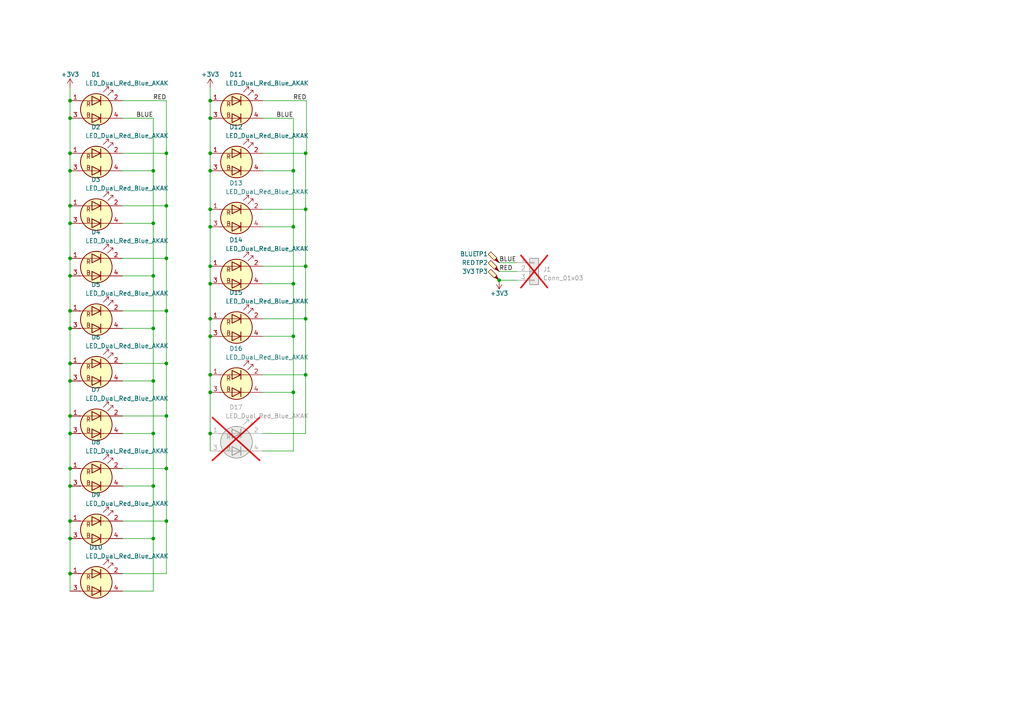
<source format=kicad_sch>
(kicad_sch (version 20231120) (generator "eeschema") (generator_version "8.0")
  (paper "A4")
  (title_block (title "EHDS-01-LED") (date "2022-11-16") (rev "V0.1"))
  (lib_symbols
    (symbol "Connector:TestPoint_Probe" (pin_numbers hide) (pin_names (offset 0.762) hide)
      (property "Reference" "TP" (at 1.651 5.842 0))
      (property "Value" "TestPoint_Probe" (at 1.651 4.064 0))
      (symbol "TestPoint_Probe_0_1"
        (polyline (pts (xy 1.27 0.762) (xy 0 0) (xy 0.762 1.27) (xy 1.27 0.762)) (fill (type outline)))
        (polyline (pts (xy 1.397 0.635) (xy 0.635 1.397) (xy 2.413 3.175) (xy 3.175 2.413) (xy 1.397 0.635)) (fill (type background)))
      )
      (symbol "TestPoint_Probe_1_1"
        (pin passive line (at 0 0 90) (length 0) (name "1") (number "1"))
      )
    )
    (symbol "Connector_Generic:Conn_01x03" (pin_names (offset 1.016) hide)
      (property "Reference" "J" (at 0 5.08 0))
      (property "Value" "Conn_01x03" (at 0 -5.08 0))
      (symbol "Conn_01x03_1_1"
        (rectangle (start -1.27 -2.413) (end 0 -2.667) (stroke (width 0.1524)))
        (rectangle (start -1.27 0.127) (end 0 -0.127) (stroke (width 0.1524)))
        (rectangle (start -1.27 2.667) (end 0 2.413) (stroke (width 0.1524)))
        (rectangle (start -1.27 3.81) (end 1.27 -3.81) (stroke (width 0.254)) (fill (type background)))
        (pin passive line (at -5.08 2.54 0) (length 3.81) (name "Pin_1") (number "1"))
        (pin passive line (at -5.08 0 0) (length 3.81) (name "Pin_2") (number "2"))
        (pin passive line (at -5.08 -2.54 0) (length 3.81) (name "Pin_3") (number "3"))
      )
    )
    (symbol "Ovo_Device:LED_Dual_Red_Blue_AKAK" (pin_names (offset 0) hide)
      (property "Reference" "D2" (at -11.43 -5.08 0))
      (property "Value" "LED_Dual_Red_Blue_AKAK" (at 0 -5.08 0))
      (symbol "LED_Dual_Red_Blue_AKAK_0_0"
        (text "B" (at -2.286 -1.651 0) (effects (font (size 1.27 1.27))))
        (text "R" (at -2.286 1.524 0) (effects (font (size 1.27 1.27))))
      )
      (symbol "LED_Dual_Red_Blue_AKAK_0_1"
        (polyline (pts (xy -5.08 -2.54) (xy 2.032 -2.54)))
        (polyline (pts (xy -5.08 2.54) (xy 2.032 2.54)))
        (polyline (pts (xy 1.27 -1.27) (xy 1.27 -3.81)) (stroke (width 0.254)))
        (polyline (pts (xy 1.27 3.81) (xy 1.27 1.27)) (stroke (width 0.254)))
        (polyline (pts (xy 3.81 -2.54) (xy 1.905 -2.54)))
        (polyline (pts (xy 3.81 2.54) (xy 1.905 2.54)))
        (polyline (pts (xy -1.27 -1.27) (xy -1.27 -3.81) (xy 1.27 -2.54) (xy -1.27 -1.27)) (stroke (width 0.254)))
        (polyline (pts (xy -1.27 3.81) (xy -1.27 1.27) (xy 1.27 2.54) (xy -1.27 3.81)) (stroke (width 0.254)))
        (polyline (pts (xy 2.032 5.08) (xy 3.556 6.604) (xy 2.794 6.604) (xy 3.556 6.604) (xy 3.556 5.842)))
        (polyline (pts (xy 3.302 4.064) (xy 4.826 5.588) (xy 4.064 5.588) (xy 4.826 5.588) (xy 4.826 4.826)))
        (circle (center 0 0) (radius 4.572) (stroke (width 0.254)) (fill (type background)))
      )
      (symbol "LED_Dual_Red_Blue_AKAK_1_1"
        (pin input line (at -7.62 2.54 0) (length 3.048) (name "A1") (number "1"))
        (pin input line (at 7.62 2.54 180) (length 3.81) (name "K1") (number "2"))
        (pin input line (at -7.62 -2.54 0) (length 3.048) (name "A2") (number "3"))
        (pin input line (at 7.62 -2.54 180) (length 3.81) (name "K2") (number "4"))
      )
    )
    (symbol "power:+3V3" (power) (pin_names (offset 0))
      (property "Value" "+3V3" (at 0 3.556 0))
      (symbol "+3V3_0_1"
        (polyline (pts (xy -0.762 1.27) (xy 0 2.54)))
        (polyline (pts (xy 0 0) (xy 0 2.54)))
        (polyline (pts (xy 0 2.54) (xy 0.762 1.27)))
      )
      (symbol "+3V3_1_1"
        (pin power_in line (at 0 0 90) (length 0) hide (name "+3V3") (number "1"))
      )
    )
  )
  (junction (at 20.32 74.93))
  (junction (at 20.32 59.69))
  (junction (at 20.32 110.49))
  (junction (at 44.45 95.25))
  (junction (at 88.646 60.706))
  (junction (at 20.32 64.77))
  (junction (at 88.646 44.45))
  (junction (at 20.32 90.17))
  (junction (at 85.09 49.53))
  (junction (at 20.32 95.25))
  (junction (at 60.96 49.53))
  (junction (at 20.32 80.01))
  (junction (at 20.32 125.73))
  (junction (at 20.32 34.29))
  (junction (at 20.32 49.53))
  (junction (at 20.32 120.65))
  (junction (at 20.32 151.13))
  (junction (at 48.26 151.13))
  (junction (at 20.32 29.21))
  (junction (at 44.45 125.73))
  (junction (at 60.96 77.216))
  (junction (at 44.45 110.49))
  (junction (at 20.32 135.89))
  (junction (at 88.646 108.712))
  (junction (at 20.32 156.21))
  (junction (at 44.45 49.53))
  (junction (at 85.09 82.296))
  (junction (at 48.26 59.69))
  (junction (at 48.26 90.17))
  (junction (at 60.96 44.45))
  (junction (at 60.96 82.296))
  (junction (at 48.26 44.45))
  (junction (at 60.96 34.29))
  (junction (at 20.32 105.41))
  (junction (at 88.646 77.216))
  (junction (at 48.26 105.41))
  (junction (at 20.32 166.37))
  (junction (at 44.45 140.97))
  (junction (at 60.96 92.456))
  (junction (at 44.45 156.21))
  (junction (at 60.96 108.712))
  (junction (at 60.96 60.706))
  (junction (at 44.45 80.01))
  (junction (at 88.646 92.456))
  (junction (at 48.26 120.65))
  (junction (at 85.09 65.786))
  (junction (at 85.09 97.536))
  (junction (at 60.96 29.21))
  (junction (at 48.26 135.89))
  (junction (at 20.32 140.97))
  (junction (at 60.96 65.786))
  (junction (at 44.45 64.77))
  (junction (at 85.09 113.792))
  (junction (at 60.96 113.792))
  (junction (at 20.32 44.45))
  (junction (at 144.78 81.28))
  (junction (at 48.26 74.93))
  (junction (at 60.96 97.536))
  (junction (at 60.96 125.73))
  (wire (pts (xy 20.32 120.65) (xy 20.32 125.73)))
  (wire (pts (xy 35.56 135.89) (xy 48.26 135.89)))
  (wire (pts (xy 85.09 49.53) (xy 85.09 65.786)))
  (wire (pts (xy 85.09 65.786) (xy 85.09 82.296)))
  (wire (pts (xy 35.56 125.73) (xy 44.45 125.73)))
  (wire (pts (xy 35.56 156.21) (xy 44.45 156.21)))
  (wire (pts (xy 88.646 92.456) (xy 88.646 77.216)))
  (wire (pts (xy 20.32 151.13) (xy 20.32 156.21)))
  (wire (pts (xy 20.32 25.4) (xy 20.32 29.21)))
  (wire (pts (xy 76.2 92.456) (xy 88.646 92.456)))
  (wire (pts (xy 35.56 120.65) (xy 48.26 120.65)))
  (wire (pts (xy 35.56 64.77) (xy 44.45 64.77)))
  (wire (pts (xy 48.26 44.45) (xy 48.26 59.69)))
  (wire (pts (xy 44.45 171.45) (xy 44.45 156.21)))
  (wire (pts (xy 85.09 49.53) (xy 85.09 34.29)))
  (wire (pts (xy 88.646 44.45) (xy 88.9 44.45)))
  (wire (pts (xy 144.78 81.28) (xy 149.86 81.28)))
  (wire (pts (xy 60.96 65.786) (xy 60.96 77.216)))
  (wire (pts (xy 20.32 44.45) (xy 20.32 49.53)))
  (wire (pts (xy 35.56 171.45) (xy 44.45 171.45)))
  (wire (pts (xy 85.09 97.536) (xy 85.09 113.792)))
  (wire (pts (xy 88.646 108.712) (xy 88.646 92.456)))
  (wire (pts (xy 76.2 125.73) (xy 88.646 125.73)))
  (wire (pts (xy 44.45 80.01) (xy 44.45 64.77)))
  (wire (pts (xy 85.09 34.29) (xy 76.2 34.29)))
  (wire (pts (xy 60.96 92.456) (xy 60.96 97.536)))
  (wire (pts (xy 20.32 140.97) (xy 20.32 151.13)))
  (wire (pts (xy 60.96 113.792) (xy 60.96 125.73)))
  (wire (pts (xy 20.32 166.37) (xy 20.32 171.45)))
  (wire (pts (xy 60.96 34.29) (xy 60.96 44.45)))
  (wire (pts (xy 44.45 156.21) (xy 44.45 140.97)))
  (wire (pts (xy 60.96 97.536) (xy 60.96 108.712)))
  (wire (pts (xy 48.26 151.13) (xy 48.26 166.37)))
  (wire (pts (xy 20.32 64.77) (xy 20.32 74.93)))
  (wire (pts (xy 20.32 49.53) (xy 20.32 59.69)))
  (wire (pts (xy 60.96 49.53) (xy 60.96 60.706)))
  (wire (pts (xy 76.2 108.712) (xy 88.646 108.712)))
  (wire (pts (xy 48.26 90.17) (xy 48.26 105.41)))
  (wire (pts (xy 85.09 130.81) (xy 76.2 130.81)))
  (wire (pts (xy 35.56 59.69) (xy 48.26 59.69)))
  (wire (pts (xy 20.32 74.93) (xy 20.32 80.01)))
  (wire (pts (xy 44.45 110.49) (xy 44.45 95.25)))
  (wire (pts (xy 44.45 140.97) (xy 44.45 125.73)))
  (wire (pts (xy 60.96 25.4) (xy 60.96 29.21)))
  (wire (pts (xy 44.45 49.53) (xy 44.45 34.29)))
  (wire (pts (xy 85.09 82.296) (xy 85.09 97.536)))
  (wire (pts (xy 35.56 151.13) (xy 48.26 151.13)))
  (wire (pts (xy 20.32 90.17) (xy 20.32 95.25)))
  (wire (pts (xy 20.32 156.21) (xy 20.32 166.37)))
  (wire (pts (xy 35.56 95.25) (xy 44.45 95.25)))
  (wire (pts (xy 85.09 65.786) (xy 76.2 65.786)))
  (wire (pts (xy 60.96 125.73) (xy 60.96 130.81)))
  (wire (pts (xy 85.09 82.296) (xy 76.2 82.296)))
  (wire (pts (xy 144.78 78.74) (xy 149.86 78.74)))
  (wire (pts (xy 20.32 80.01) (xy 20.32 90.17)))
  (wire (pts (xy 44.45 125.73) (xy 44.45 110.49)))
  (wire (pts (xy 88.646 125.73) (xy 88.646 108.712)))
  (wire (pts (xy 88.9 29.21) (xy 88.9 44.45)))
  (wire (pts (xy 48.26 74.93) (xy 48.26 90.17)))
  (wire (pts (xy 48.26 105.41) (xy 48.26 120.65)))
  (wire (pts (xy 85.09 113.792) (xy 76.2 113.792)))
  (wire (pts (xy 35.56 29.21) (xy 48.26 29.21)))
  (wire (pts (xy 60.96 60.706) (xy 60.96 65.786)))
  (wire (pts (xy 76.2 77.216) (xy 88.646 77.216)))
  (wire (pts (xy 88.646 44.45) (xy 88.646 60.706)))
  (wire (pts (xy 35.56 140.97) (xy 44.45 140.97)))
  (wire (pts (xy 85.09 97.536) (xy 76.2 97.536)))
  (wire (pts (xy 60.96 29.21) (xy 60.96 34.29)))
  (wire (pts (xy 48.26 59.69) (xy 48.26 74.93)))
  (wire (pts (xy 76.2 49.53) (xy 85.09 49.53)))
  (wire (pts (xy 35.56 90.17) (xy 48.26 90.17)))
  (wire (pts (xy 60.96 77.216) (xy 60.96 82.296)))
  (wire (pts (xy 20.32 29.21) (xy 20.32 34.29)))
  (wire (pts (xy 44.45 34.29) (xy 35.56 34.29)))
  (wire (pts (xy 20.32 105.41) (xy 20.32 110.49)))
  (wire (pts (xy 20.32 59.69) (xy 20.32 64.77)))
  (wire (pts (xy 35.56 49.53) (xy 44.45 49.53)))
  (wire (pts (xy 48.26 29.21) (xy 48.26 44.45)))
  (wire (pts (xy 144.78 76.2) (xy 149.86 76.2)))
  (wire (pts (xy 76.2 29.21) (xy 88.9 29.21)))
  (wire (pts (xy 88.646 77.216) (xy 88.646 60.706)))
  (wire (pts (xy 85.09 113.792) (xy 85.09 130.81)))
  (wire (pts (xy 20.32 110.49) (xy 20.32 120.65)))
  (wire (pts (xy 76.2 60.706) (xy 88.646 60.706)))
  (wire (pts (xy 76.2 44.45) (xy 88.646 44.45)))
  (wire (pts (xy 60.96 44.45) (xy 60.96 49.53)))
  (wire (pts (xy 44.45 64.77) (xy 44.45 49.53)))
  (wire (pts (xy 44.45 95.25) (xy 44.45 80.01)))
  (wire (pts (xy 35.56 105.41) (xy 48.26 105.41)))
  (wire (pts (xy 35.56 80.01) (xy 44.45 80.01)))
  (wire (pts (xy 60.96 82.296) (xy 60.96 92.456)))
  (wire (pts (xy 35.56 44.45) (xy 48.26 44.45)))
  (wire (pts (xy 20.32 135.89) (xy 20.32 140.97)))
  (wire (pts (xy 35.56 110.49) (xy 44.45 110.49)))
  (wire (pts (xy 48.26 135.89) (xy 48.26 151.13)))
  (wire (pts (xy 20.32 34.29) (xy 20.32 44.45)))
  (wire (pts (xy 60.96 108.712) (xy 60.96 113.792)))
  (wire (pts (xy 35.56 74.93) (xy 48.26 74.93)))
  (wire (pts (xy 48.26 120.65) (xy 48.26 135.89)))
  (wire (pts (xy 48.26 166.37) (xy 35.56 166.37)))
  (wire (pts (xy 20.32 125.73) (xy 20.32 135.89)))
  (wire (pts (xy 20.32 95.25) (xy 20.32 105.41)))
  (label "BLUE" (at 44.45 34.29 180))
  (label "BLUE" (at 144.78 76.2 0))
  (label "RED" (at 144.78 78.74 0))
  (label "RED" (at 88.9 29.21 180))
  (label "BLUE" (at 85.09 34.29 180))
  (label "RED" (at 48.26 29.21 180))
  (symbol (lib_id "power:+3V3") (at 20.32 25.4 0) (unit 1)
    (property "Reference" "#PWR011" (effects (hide yes)))
    (property "Value" "+3V3" (at 20.32 21.59 0))
  )
  (symbol (lib_id "Ovo_Device:LED_Dual_Red_Blue_AKAK") (at 68.58 79.756 0) (unit 1)
    (property "Reference" "D14" (at 68.453 69.596 0))
    (property "Value" "LED_Dual_Red_Blue_AKAK" (at 77.47 72.136 0))
    (property "Footprint" "Ovo_LED_SMD:LED_Dual_1.6x1.5mm" (effects (hide yes)))
  )
  (symbol (lib_id "Ovo_Device:LED_Dual_Red_Blue_AKAK") (at 27.94 107.95 0) (unit 1)
    (property "Reference" "D6" (at 27.813 97.79 0))
    (property "Value" "LED_Dual_Red_Blue_AKAK" (at 36.83 100.33 0))
    (property "Footprint" "Ovo_LED_SMD:LED_Dual_1.6x1.5mm" (effects (hide yes)))
  )
  (symbol (lib_id "Ovo_Device:LED_Dual_Red_Blue_AKAK") (at 68.58 111.252 0) (unit 1)
    (property "Reference" "D16" (at 68.453 101.092 0))
    (property "Value" "LED_Dual_Red_Blue_AKAK" (at 77.47 103.632 0))
    (property "Footprint" "Ovo_LED_SMD:LED_Dual_1.6x1.5mm" (effects (hide yes)))
  )
  (symbol (lib_id "Ovo_Device:LED_Dual_Red_Blue_AKAK") (at 27.94 92.71 0) (unit 1)
    (property "Reference" "D5" (at 27.813 82.55 0))
    (property "Value" "LED_Dual_Red_Blue_AKAK" (at 36.83 85.09 0))
    (property "Footprint" "Ovo_LED_SMD:LED_Dual_1.6x1.5mm" (effects (hide yes)))
  )
  (symbol (lib_id "Ovo_Device:LED_Dual_Red_Blue_AKAK") (at 27.94 77.47 0) (unit 1)
    (property "Reference" "D4" (at 27.813 67.31 0))
    (property "Value" "LED_Dual_Red_Blue_AKAK" (at 36.83 69.85 0))
    (property "Footprint" "Ovo_LED_SMD:LED_Dual_1.6x1.5mm" (effects (hide yes)))
  )
  (symbol (lib_id "Connector:TestPoint_Probe") (at 144.78 81.28 90) (unit 1)
    (property "Reference" "TP3" (at 139.7 78.74 90))
    (property "Value" "3V3" (at 135.89 78.74 90))
    (property "Footprint" "TestPoint:TestPoint_Pad_D1.0mm" (effects (hide yes)))
  )
  (symbol (lib_id "Ovo_Device:LED_Dual_Red_Blue_AKAK") (at 68.58 31.75 0) (unit 1)
    (property "Reference" "D11" (at 68.453 21.59 0))
    (property "Value" "LED_Dual_Red_Blue_AKAK" (at 77.47 24.13 0))
    (property "Footprint" "Ovo_LED_SMD:LED_Dual_1.6x1.5mm" (effects (hide yes)))
  )
  (symbol (lib_id "Ovo_Device:LED_Dual_Red_Blue_AKAK") (at 68.58 94.996 0) (unit 1)
    (property "Reference" "D15" (at 68.453 84.836 0))
    (property "Value" "LED_Dual_Red_Blue_AKAK" (at 77.47 87.376 0))
    (property "Footprint" "Ovo_LED_SMD:LED_Dual_1.6x1.5mm" (effects (hide yes)))
  )
  (symbol (lib_id "Ovo_Device:LED_Dual_Red_Blue_AKAK") (at 27.94 31.75 0) (unit 1)
    (property "Reference" "D1" (at 27.813 21.59 0))
    (property "Value" "LED_Dual_Red_Blue_AKAK" (at 36.83 24.13 0))
    (property "Footprint" "Ovo_LED_SMD:LED_Dual_1.6x1.5mm" (effects (hide yes)))
  )
  (symbol (lib_id "Ovo_Device:LED_Dual_Red_Blue_AKAK") (at 27.94 46.99 0) (unit 1)
    (property "Reference" "D2" (at 27.813 36.83 0))
    (property "Value" "LED_Dual_Red_Blue_AKAK" (at 36.83 39.37 0))
    (property "Footprint" "Ovo_LED_SMD:LED_Dual_1.6x1.5mm" (effects (hide yes)))
  )
  (symbol (lib_id "Ovo_Device:LED_Dual_Red_Blue_AKAK") (at 27.94 123.19 0) (unit 1)
    (property "Reference" "D7" (at 27.813 113.03 0))
    (property "Value" "LED_Dual_Red_Blue_AKAK" (at 36.83 115.57 0))
    (property "Footprint" "Ovo_LED_SMD:LED_Dual_1.6x1.5mm" (effects (hide yes)))
  )
  (symbol (lib_id "Connector:TestPoint_Probe") (at 144.78 76.2 90) (unit 1)
    (property "Reference" "TP1" (at 139.7 73.66 90))
    (property "Value" "BLUE" (at 135.89 73.66 90))
    (property "Footprint" "TestPoint:TestPoint_Pad_D1.0mm" (effects (hide yes)))
  )
  (symbol (lib_id "Connector:TestPoint_Probe") (at 144.78 78.74 90) (unit 1)
    (property "Reference" "TP2" (at 139.7 76.2 90))
    (property "Value" "RED" (at 135.89 76.2 90))
    (property "Footprint" "TestPoint:TestPoint_Pad_D1.0mm" (effects (hide yes)))
  )
  (symbol (lib_id "Ovo_Device:LED_Dual_Red_Blue_AKAK") (at 68.58 128.27 0) (unit 1) (dnp yes)
    (property "Reference" "D17" (at 68.453 118.11 0))
    (property "Value" "LED_Dual_Red_Blue_AKAK" (at 77.47 120.65 0))
    (property "Footprint" "Ovo_LED_SMD:LED_Dual_1.6x1.5mm" (effects (hide yes)))
  )
  (symbol (lib_id "Ovo_Device:LED_Dual_Red_Blue_AKAK") (at 68.58 46.99 0) (unit 1)
    (property "Reference" "D12" (at 68.453 36.83 0))
    (property "Value" "LED_Dual_Red_Blue_AKAK" (at 77.47 39.37 0))
    (property "Footprint" "Ovo_LED_SMD:LED_Dual_1.6x1.5mm" (effects (hide yes)))
  )
  (symbol (lib_id "power:+3V3") (at 144.78 81.28 180) (unit 1)
    (property "Reference" "#PWR02" (effects (hide yes)))
    (property "Value" "+3V3" (at 144.78 85.09 0))
  )
  (symbol (lib_id "Connector_Generic:Conn_01x03") (at 154.94 78.74 0) (unit 1) (in_bom no) (dnp yes)
    (property "Reference" "J1" (at 157.48 78.105 0) (effects (justify left)))
    (property "Value" "Conn_01x03" (at 157.48 80.645 0) (effects (justify left)))
    (property "Footprint" "Ovo_Pad:Pad_THTPad_3x1.3mmx3" (effects (hide yes)))
    (property "Description" "Generic connector, single row, 01x03, script generated (kicad-library-utils/schlib/autogen/connector/)" (effects (hide yes)))
  )
  (symbol (lib_id "Ovo_Device:LED_Dual_Red_Blue_AKAK") (at 27.94 168.91 0) (unit 1)
    (property "Reference" "D10" (at 27.813 158.75 0))
    (property "Value" "LED_Dual_Red_Blue_AKAK" (at 36.83 161.29 0))
    (property "Footprint" "Ovo_LED_SMD:LED_Dual_1.6x1.5mm" (effects (hide yes)))
  )
  (symbol (lib_id "Ovo_Device:LED_Dual_Red_Blue_AKAK") (at 27.94 153.67 0) (unit 1)
    (property "Reference" "D9" (at 27.813 143.51 0))
    (property "Value" "LED_Dual_Red_Blue_AKAK" (at 36.83 146.05 0))
    (property "Footprint" "Ovo_LED_SMD:LED_Dual_1.6x1.5mm" (effects (hide yes)))
  )
  (symbol (lib_id "Ovo_Device:LED_Dual_Red_Blue_AKAK") (at 27.94 62.23 0) (unit 1)
    (property "Reference" "D3" (at 27.813 52.07 0))
    (property "Value" "LED_Dual_Red_Blue_AKAK" (at 36.83 54.61 0))
    (property "Footprint" "Ovo_LED_SMD:LED_Dual_1.6x1.5mm" (effects (hide yes)))
  )
  (symbol (lib_id "Ovo_Device:LED_Dual_Red_Blue_AKAK") (at 68.58 63.246 0) (unit 1)
    (property "Reference" "D13" (at 68.453 53.086 0))
    (property "Value" "LED_Dual_Red_Blue_AKAK" (at 77.47 55.626 0))
    (property "Footprint" "Ovo_LED_SMD:LED_Dual_1.6x1.5mm" (effects (hide yes)))
  )
  (symbol (lib_id "power:+3V3") (at 60.96 25.4 0) (unit 1)
    (property "Reference" "#PWR01" (effects (hide yes)))
    (property "Value" "+3V3" (at 60.96 21.59 0))
  )
  (symbol (lib_id "Ovo_Device:LED_Dual_Red_Blue_AKAK") (at 27.94 138.43 0) (unit 1)
    (property "Reference" "D8" (at 27.813 128.27 0))
    (property "Value" "LED_Dual_Red_Blue_AKAK" (at 36.83 130.81 0))
    (property "Footprint" "Ovo_LED_SMD:LED_Dual_1.6x1.5mm" (effects (hide yes)))
  )
)
</source>
